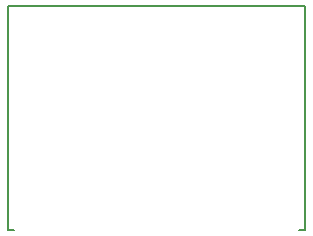
<source format=gbr>
G04 EAGLE Gerber RS-274X export*
G75*
%MOMM*%
%FSLAX34Y34*%
%LPD*%
%INSilkscreen Bottom*%
%IPPOS*%
%AMOC8*
5,1,8,0,0,1.08239X$1,22.5*%
G01*
%ADD10C,0.127000*%


D10*
X60960Y265430D02*
X55880Y265430D01*
X55880Y454660D01*
X302260Y265430D02*
X307340Y265430D01*
X307340Y454660D01*
X55880Y454660D01*
M02*

</source>
